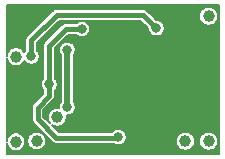
<source format=gbr>
G04 #@! TF.GenerationSoftware,KiCad,Pcbnew,(5.1.9)-1*
G04 #@! TF.CreationDate,2021-08-28T05:14:42+03:00*
G04 #@! TF.ProjectId,Strobe_Module,5374726f-6265-45f4-9d6f-64756c652e6b,0000*
G04 #@! TF.SameCoordinates,Original*
G04 #@! TF.FileFunction,Copper,L2,Bot*
G04 #@! TF.FilePolarity,Positive*
%FSLAX46Y46*%
G04 Gerber Fmt 4.6, Leading zero omitted, Abs format (unit mm)*
G04 Created by KiCad (PCBNEW (5.1.9)-1) date 2021-08-28 05:14:42*
%MOMM*%
%LPD*%
G01*
G04 APERTURE LIST*
G04 #@! TA.AperFunction,ComponentPad*
%ADD10C,1.000000*%
G04 #@! TD*
G04 #@! TA.AperFunction,ViaPad*
%ADD11C,0.800000*%
G04 #@! TD*
G04 #@! TA.AperFunction,Conductor*
%ADD12C,0.500000*%
G04 #@! TD*
G04 #@! TA.AperFunction,Conductor*
%ADD13C,0.400000*%
G04 #@! TD*
G04 #@! TA.AperFunction,Conductor*
%ADD14C,0.200000*%
G04 #@! TD*
G04 #@! TA.AperFunction,Conductor*
%ADD15C,0.100000*%
G04 #@! TD*
G04 APERTURE END LIST*
D10*
X1042771600Y-1006297200D03*
X1041019000Y-1008303800D03*
X1053617400Y-1008329200D03*
X1055573200Y-997737400D03*
X1039266400Y-1001166400D03*
X1055573200Y-1008329200D03*
X1039266400Y-1008379800D03*
D11*
X1052395660Y-1004884960D03*
X1045245560Y-1004948460D03*
X1045225240Y-1000983520D03*
X1049200340Y-1001034320D03*
X1051488880Y-1007978680D03*
X1043609800Y-1000582200D03*
X1043609800Y-1005433600D03*
X1051153600Y-998753400D03*
X1040561800Y-1001141000D03*
X1042085800Y-1003503200D03*
X1047927600Y-1007973600D03*
X1044854400Y-998829600D03*
D12*
X1043609800Y-1000582200D02*
X1043609800Y-1005433600D01*
D13*
X1050112200Y-997712000D02*
X1051153600Y-998753400D01*
X1050010600Y-997610400D02*
X1050112200Y-997712000D01*
X1042720800Y-997610400D02*
X1050010600Y-997610400D01*
X1040561800Y-999769400D02*
X1042720800Y-997610400D01*
X1040561800Y-1001141000D02*
X1040561800Y-999769400D01*
X1042085800Y-1004493800D02*
X1041095200Y-1005484400D01*
X1042085800Y-1003503200D02*
X1042085800Y-1004493800D01*
X1041095200Y-1005484400D02*
X1041095200Y-1006449600D01*
X1041095200Y-1006449600D02*
X1042670000Y-1008024400D01*
X1042670000Y-1008024400D02*
X1047876800Y-1008024400D01*
X1047876800Y-1008024400D02*
X1047927600Y-1007973600D01*
X1043482800Y-998829600D02*
X1044854400Y-998829600D01*
X1042085800Y-1000226600D02*
X1043482800Y-998829600D01*
X1042085800Y-1003503200D02*
X1042085800Y-1000226600D01*
D14*
X1056419201Y-1009403800D02*
X1038471200Y-1009403800D01*
X1038471200Y-1008482725D01*
X1038497143Y-1008613151D01*
X1038557449Y-1008758742D01*
X1038644999Y-1008889770D01*
X1038756430Y-1009001201D01*
X1038887458Y-1009088751D01*
X1039033049Y-1009149057D01*
X1039187607Y-1009179800D01*
X1039345193Y-1009179800D01*
X1039499751Y-1009149057D01*
X1039645342Y-1009088751D01*
X1039776370Y-1009001201D01*
X1039887801Y-1008889770D01*
X1039975351Y-1008758742D01*
X1040035657Y-1008613151D01*
X1040066400Y-1008458593D01*
X1040066400Y-1008301007D01*
X1040051283Y-1008225007D01*
X1040219000Y-1008225007D01*
X1040219000Y-1008382593D01*
X1040249743Y-1008537151D01*
X1040310049Y-1008682742D01*
X1040397599Y-1008813770D01*
X1040509030Y-1008925201D01*
X1040640058Y-1009012751D01*
X1040785649Y-1009073057D01*
X1040940207Y-1009103800D01*
X1041097793Y-1009103800D01*
X1041252351Y-1009073057D01*
X1041397942Y-1009012751D01*
X1041528970Y-1008925201D01*
X1041640401Y-1008813770D01*
X1041727951Y-1008682742D01*
X1041788257Y-1008537151D01*
X1041819000Y-1008382593D01*
X1041819000Y-1008225007D01*
X1041788257Y-1008070449D01*
X1041727951Y-1007924858D01*
X1041640401Y-1007793830D01*
X1041528970Y-1007682399D01*
X1041397942Y-1007594849D01*
X1041252351Y-1007534543D01*
X1041097793Y-1007503800D01*
X1040940207Y-1007503800D01*
X1040785649Y-1007534543D01*
X1040640058Y-1007594849D01*
X1040509030Y-1007682399D01*
X1040397599Y-1007793830D01*
X1040310049Y-1007924858D01*
X1040249743Y-1008070449D01*
X1040219000Y-1008225007D01*
X1040051283Y-1008225007D01*
X1040035657Y-1008146449D01*
X1039975351Y-1008000858D01*
X1039887801Y-1007869830D01*
X1039776370Y-1007758399D01*
X1039645342Y-1007670849D01*
X1039499751Y-1007610543D01*
X1039345193Y-1007579800D01*
X1039187607Y-1007579800D01*
X1039033049Y-1007610543D01*
X1038887458Y-1007670849D01*
X1038756430Y-1007758399D01*
X1038644999Y-1007869830D01*
X1038557449Y-1008000858D01*
X1038497143Y-1008146449D01*
X1038471200Y-1008276875D01*
X1038471200Y-1005484400D01*
X1040592781Y-1005484400D01*
X1040595200Y-1005508961D01*
X1040595201Y-1006425030D01*
X1040592781Y-1006449600D01*
X1040602435Y-1006547617D01*
X1040631026Y-1006641867D01*
X1040677455Y-1006728729D01*
X1040739937Y-1006804864D01*
X1040759019Y-1006820524D01*
X1042299080Y-1008360587D01*
X1042314736Y-1008379664D01*
X1042390871Y-1008442146D01*
X1042477733Y-1008488575D01*
X1042571983Y-1008517165D01*
X1042670000Y-1008526819D01*
X1042694560Y-1008524400D01*
X1047491963Y-1008524400D01*
X1047596026Y-1008593932D01*
X1047723418Y-1008646699D01*
X1047858656Y-1008673600D01*
X1047996544Y-1008673600D01*
X1048131782Y-1008646699D01*
X1048259174Y-1008593932D01*
X1048373824Y-1008517326D01*
X1048471326Y-1008419824D01*
X1048547932Y-1008305174D01*
X1048570617Y-1008250407D01*
X1052817400Y-1008250407D01*
X1052817400Y-1008407993D01*
X1052848143Y-1008562551D01*
X1052908449Y-1008708142D01*
X1052995999Y-1008839170D01*
X1053107430Y-1008950601D01*
X1053238458Y-1009038151D01*
X1053384049Y-1009098457D01*
X1053538607Y-1009129200D01*
X1053696193Y-1009129200D01*
X1053850751Y-1009098457D01*
X1053996342Y-1009038151D01*
X1054127370Y-1008950601D01*
X1054238801Y-1008839170D01*
X1054326351Y-1008708142D01*
X1054386657Y-1008562551D01*
X1054417400Y-1008407993D01*
X1054417400Y-1008250407D01*
X1054773200Y-1008250407D01*
X1054773200Y-1008407993D01*
X1054803943Y-1008562551D01*
X1054864249Y-1008708142D01*
X1054951799Y-1008839170D01*
X1055063230Y-1008950601D01*
X1055194258Y-1009038151D01*
X1055339849Y-1009098457D01*
X1055494407Y-1009129200D01*
X1055651993Y-1009129200D01*
X1055806551Y-1009098457D01*
X1055952142Y-1009038151D01*
X1056083170Y-1008950601D01*
X1056194601Y-1008839170D01*
X1056282151Y-1008708142D01*
X1056342457Y-1008562551D01*
X1056373200Y-1008407993D01*
X1056373200Y-1008250407D01*
X1056342457Y-1008095849D01*
X1056282151Y-1007950258D01*
X1056194601Y-1007819230D01*
X1056083170Y-1007707799D01*
X1055952142Y-1007620249D01*
X1055806551Y-1007559943D01*
X1055651993Y-1007529200D01*
X1055494407Y-1007529200D01*
X1055339849Y-1007559943D01*
X1055194258Y-1007620249D01*
X1055063230Y-1007707799D01*
X1054951799Y-1007819230D01*
X1054864249Y-1007950258D01*
X1054803943Y-1008095849D01*
X1054773200Y-1008250407D01*
X1054417400Y-1008250407D01*
X1054386657Y-1008095849D01*
X1054326351Y-1007950258D01*
X1054238801Y-1007819230D01*
X1054127370Y-1007707799D01*
X1053996342Y-1007620249D01*
X1053850751Y-1007559943D01*
X1053696193Y-1007529200D01*
X1053538607Y-1007529200D01*
X1053384049Y-1007559943D01*
X1053238458Y-1007620249D01*
X1053107430Y-1007707799D01*
X1052995999Y-1007819230D01*
X1052908449Y-1007950258D01*
X1052848143Y-1008095849D01*
X1052817400Y-1008250407D01*
X1048570617Y-1008250407D01*
X1048600699Y-1008177782D01*
X1048627600Y-1008042544D01*
X1048627600Y-1007904656D01*
X1048600699Y-1007769418D01*
X1048547932Y-1007642026D01*
X1048471326Y-1007527376D01*
X1048373824Y-1007429874D01*
X1048259174Y-1007353268D01*
X1048131782Y-1007300501D01*
X1047996544Y-1007273600D01*
X1047858656Y-1007273600D01*
X1047723418Y-1007300501D01*
X1047596026Y-1007353268D01*
X1047481376Y-1007429874D01*
X1047386850Y-1007524400D01*
X1042877107Y-1007524400D01*
X1042290793Y-1006938087D01*
X1042392658Y-1007006151D01*
X1042538249Y-1007066457D01*
X1042692807Y-1007097200D01*
X1042850393Y-1007097200D01*
X1043004951Y-1007066457D01*
X1043150542Y-1007006151D01*
X1043281570Y-1006918601D01*
X1043393001Y-1006807170D01*
X1043480551Y-1006676142D01*
X1043540857Y-1006530551D01*
X1043571600Y-1006375993D01*
X1043571600Y-1006218407D01*
X1043554731Y-1006133600D01*
X1043678744Y-1006133600D01*
X1043813982Y-1006106699D01*
X1043941374Y-1006053932D01*
X1044056024Y-1005977326D01*
X1044153526Y-1005879824D01*
X1044230132Y-1005765174D01*
X1044282899Y-1005637782D01*
X1044309800Y-1005502544D01*
X1044309800Y-1005364656D01*
X1044282899Y-1005229418D01*
X1044230132Y-1005102026D01*
X1044159800Y-1004996766D01*
X1044159800Y-1001019034D01*
X1044230132Y-1000913774D01*
X1044282899Y-1000786382D01*
X1044309800Y-1000651144D01*
X1044309800Y-1000513256D01*
X1044282899Y-1000378018D01*
X1044230132Y-1000250626D01*
X1044153526Y-1000135976D01*
X1044056024Y-1000038474D01*
X1043941374Y-999961868D01*
X1043813982Y-999909101D01*
X1043678744Y-999882200D01*
X1043540856Y-999882200D01*
X1043405618Y-999909101D01*
X1043278226Y-999961868D01*
X1043163576Y-1000038474D01*
X1043066074Y-1000135976D01*
X1042989468Y-1000250626D01*
X1042936701Y-1000378018D01*
X1042909800Y-1000513256D01*
X1042909800Y-1000651144D01*
X1042936701Y-1000786382D01*
X1042989468Y-1000913774D01*
X1043059800Y-1001019034D01*
X1043059801Y-1004996764D01*
X1042989468Y-1005102026D01*
X1042936701Y-1005229418D01*
X1042909800Y-1005364656D01*
X1042909800Y-1005502544D01*
X1042911141Y-1005509283D01*
X1042850393Y-1005497200D01*
X1042692807Y-1005497200D01*
X1042538249Y-1005527943D01*
X1042392658Y-1005588249D01*
X1042261630Y-1005675799D01*
X1042150199Y-1005787230D01*
X1042062649Y-1005918258D01*
X1042002343Y-1006063849D01*
X1041971600Y-1006218407D01*
X1041971600Y-1006375993D01*
X1042002343Y-1006530551D01*
X1042062649Y-1006676142D01*
X1042130713Y-1006778007D01*
X1041595200Y-1006242495D01*
X1041595200Y-1005691505D01*
X1042421981Y-1004864725D01*
X1042441064Y-1004849064D01*
X1042503546Y-1004772929D01*
X1042549975Y-1004686067D01*
X1042578565Y-1004591817D01*
X1042585800Y-1004518360D01*
X1042588219Y-1004493800D01*
X1042585800Y-1004469240D01*
X1042585800Y-1003993150D01*
X1042629526Y-1003949424D01*
X1042706132Y-1003834774D01*
X1042758899Y-1003707382D01*
X1042785800Y-1003572144D01*
X1042785800Y-1003434256D01*
X1042758899Y-1003299018D01*
X1042706132Y-1003171626D01*
X1042629526Y-1003056976D01*
X1042585800Y-1003013250D01*
X1042585800Y-1000433705D01*
X1043689907Y-999329600D01*
X1044364450Y-999329600D01*
X1044408176Y-999373326D01*
X1044522826Y-999449932D01*
X1044650218Y-999502699D01*
X1044785456Y-999529600D01*
X1044923344Y-999529600D01*
X1045058582Y-999502699D01*
X1045185974Y-999449932D01*
X1045300624Y-999373326D01*
X1045398126Y-999275824D01*
X1045474732Y-999161174D01*
X1045527499Y-999033782D01*
X1045554400Y-998898544D01*
X1045554400Y-998760656D01*
X1045527499Y-998625418D01*
X1045474732Y-998498026D01*
X1045398126Y-998383376D01*
X1045300624Y-998285874D01*
X1045185974Y-998209268D01*
X1045058582Y-998156501D01*
X1044923344Y-998129600D01*
X1044785456Y-998129600D01*
X1044650218Y-998156501D01*
X1044522826Y-998209268D01*
X1044408176Y-998285874D01*
X1044364450Y-998329600D01*
X1043507349Y-998329600D01*
X1043482799Y-998327182D01*
X1043458249Y-998329600D01*
X1043458240Y-998329600D01*
X1043384783Y-998336835D01*
X1043290533Y-998365425D01*
X1043203671Y-998411854D01*
X1043127536Y-998474336D01*
X1043111880Y-998493413D01*
X1041749619Y-999855676D01*
X1041730537Y-999871336D01*
X1041668055Y-999947471D01*
X1041660467Y-999961667D01*
X1041621626Y-1000034333D01*
X1041593035Y-1000128583D01*
X1041583381Y-1000226600D01*
X1041585801Y-1000251170D01*
X1041585800Y-1003013250D01*
X1041542074Y-1003056976D01*
X1041465468Y-1003171626D01*
X1041412701Y-1003299018D01*
X1041385800Y-1003434256D01*
X1041385800Y-1003572144D01*
X1041412701Y-1003707382D01*
X1041465468Y-1003834774D01*
X1041542074Y-1003949424D01*
X1041585800Y-1003993150D01*
X1041585801Y-1004286693D01*
X1040759024Y-1005113471D01*
X1040739936Y-1005129136D01*
X1040677454Y-1005205271D01*
X1040631025Y-1005292134D01*
X1040611108Y-1005357793D01*
X1040602435Y-1005386383D01*
X1040592781Y-1005484400D01*
X1038471200Y-1005484400D01*
X1038471200Y-1001269325D01*
X1038497143Y-1001399751D01*
X1038557449Y-1001545342D01*
X1038644999Y-1001676370D01*
X1038756430Y-1001787801D01*
X1038887458Y-1001875351D01*
X1039033049Y-1001935657D01*
X1039187607Y-1001966400D01*
X1039345193Y-1001966400D01*
X1039499751Y-1001935657D01*
X1039645342Y-1001875351D01*
X1039776370Y-1001787801D01*
X1039887801Y-1001676370D01*
X1039975351Y-1001545342D01*
X1039980991Y-1001531725D01*
X1040018074Y-1001587224D01*
X1040115576Y-1001684726D01*
X1040230226Y-1001761332D01*
X1040357618Y-1001814099D01*
X1040492856Y-1001841000D01*
X1040630744Y-1001841000D01*
X1040765982Y-1001814099D01*
X1040893374Y-1001761332D01*
X1041008024Y-1001684726D01*
X1041105526Y-1001587224D01*
X1041182132Y-1001472574D01*
X1041234899Y-1001345182D01*
X1041261800Y-1001209944D01*
X1041261800Y-1001072056D01*
X1041234899Y-1000936818D01*
X1041182132Y-1000809426D01*
X1041105526Y-1000694776D01*
X1041061800Y-1000651050D01*
X1041061800Y-999976505D01*
X1042927906Y-998110400D01*
X1049803495Y-998110400D01*
X1050453600Y-998760506D01*
X1050453600Y-998822344D01*
X1050480501Y-998957582D01*
X1050533268Y-999084974D01*
X1050609874Y-999199624D01*
X1050707376Y-999297126D01*
X1050822026Y-999373732D01*
X1050949418Y-999426499D01*
X1051084656Y-999453400D01*
X1051222544Y-999453400D01*
X1051357782Y-999426499D01*
X1051485174Y-999373732D01*
X1051599824Y-999297126D01*
X1051697326Y-999199624D01*
X1051773932Y-999084974D01*
X1051826699Y-998957582D01*
X1051853600Y-998822344D01*
X1051853600Y-998684456D01*
X1051826699Y-998549218D01*
X1051773932Y-998421826D01*
X1051697326Y-998307176D01*
X1051599824Y-998209674D01*
X1051485174Y-998133068D01*
X1051357782Y-998080301D01*
X1051222544Y-998053400D01*
X1051160706Y-998053400D01*
X1050765913Y-997658607D01*
X1054773200Y-997658607D01*
X1054773200Y-997816193D01*
X1054803943Y-997970751D01*
X1054864249Y-998116342D01*
X1054951799Y-998247370D01*
X1055063230Y-998358801D01*
X1055194258Y-998446351D01*
X1055339849Y-998506657D01*
X1055494407Y-998537400D01*
X1055651993Y-998537400D01*
X1055806551Y-998506657D01*
X1055952142Y-998446351D01*
X1056083170Y-998358801D01*
X1056194601Y-998247370D01*
X1056282151Y-998116342D01*
X1056342457Y-997970751D01*
X1056373200Y-997816193D01*
X1056373200Y-997658607D01*
X1056342457Y-997504049D01*
X1056282151Y-997358458D01*
X1056194601Y-997227430D01*
X1056083170Y-997115999D01*
X1055952142Y-997028449D01*
X1055806551Y-996968143D01*
X1055651993Y-996937400D01*
X1055494407Y-996937400D01*
X1055339849Y-996968143D01*
X1055194258Y-997028449D01*
X1055063230Y-997115999D01*
X1054951799Y-997227430D01*
X1054864249Y-997358458D01*
X1054803943Y-997504049D01*
X1054773200Y-997658607D01*
X1050765913Y-997658607D01*
X1050448386Y-997341081D01*
X1050381529Y-997274224D01*
X1050365864Y-997255136D01*
X1050289729Y-997192654D01*
X1050202867Y-997146225D01*
X1050108617Y-997117635D01*
X1050035160Y-997110400D01*
X1050010600Y-997107981D01*
X1049986040Y-997110400D01*
X1042745357Y-997110400D01*
X1042720799Y-997107981D01*
X1042696241Y-997110400D01*
X1042696240Y-997110400D01*
X1042622783Y-997117635D01*
X1042528533Y-997146225D01*
X1042441671Y-997192654D01*
X1042365536Y-997255136D01*
X1042349875Y-997274219D01*
X1040225619Y-999398476D01*
X1040206537Y-999414136D01*
X1040144055Y-999490271D01*
X1040123033Y-999529600D01*
X1040097626Y-999577133D01*
X1040069035Y-999671383D01*
X1040059381Y-999769400D01*
X1040061801Y-999793970D01*
X1040061800Y-1000651050D01*
X1040018074Y-1000694776D01*
X1039965749Y-1000773087D01*
X1039887801Y-1000656430D01*
X1039776370Y-1000544999D01*
X1039645342Y-1000457449D01*
X1039499751Y-1000397143D01*
X1039345193Y-1000366400D01*
X1039187607Y-1000366400D01*
X1039033049Y-1000397143D01*
X1038887458Y-1000457449D01*
X1038756430Y-1000544999D01*
X1038644999Y-1000656430D01*
X1038557449Y-1000787458D01*
X1038497143Y-1000933049D01*
X1038471200Y-1001063475D01*
X1038471200Y-996764400D01*
X1056419200Y-996764400D01*
X1056419201Y-1009403800D01*
G04 #@! TA.AperFunction,Conductor*
D15*
G36*
X1056419201Y-1009403800D02*
G01*
X1038471200Y-1009403800D01*
X1038471200Y-1008482725D01*
X1038497143Y-1008613151D01*
X1038557449Y-1008758742D01*
X1038644999Y-1008889770D01*
X1038756430Y-1009001201D01*
X1038887458Y-1009088751D01*
X1039033049Y-1009149057D01*
X1039187607Y-1009179800D01*
X1039345193Y-1009179800D01*
X1039499751Y-1009149057D01*
X1039645342Y-1009088751D01*
X1039776370Y-1009001201D01*
X1039887801Y-1008889770D01*
X1039975351Y-1008758742D01*
X1040035657Y-1008613151D01*
X1040066400Y-1008458593D01*
X1040066400Y-1008301007D01*
X1040051283Y-1008225007D01*
X1040219000Y-1008225007D01*
X1040219000Y-1008382593D01*
X1040249743Y-1008537151D01*
X1040310049Y-1008682742D01*
X1040397599Y-1008813770D01*
X1040509030Y-1008925201D01*
X1040640058Y-1009012751D01*
X1040785649Y-1009073057D01*
X1040940207Y-1009103800D01*
X1041097793Y-1009103800D01*
X1041252351Y-1009073057D01*
X1041397942Y-1009012751D01*
X1041528970Y-1008925201D01*
X1041640401Y-1008813770D01*
X1041727951Y-1008682742D01*
X1041788257Y-1008537151D01*
X1041819000Y-1008382593D01*
X1041819000Y-1008225007D01*
X1041788257Y-1008070449D01*
X1041727951Y-1007924858D01*
X1041640401Y-1007793830D01*
X1041528970Y-1007682399D01*
X1041397942Y-1007594849D01*
X1041252351Y-1007534543D01*
X1041097793Y-1007503800D01*
X1040940207Y-1007503800D01*
X1040785649Y-1007534543D01*
X1040640058Y-1007594849D01*
X1040509030Y-1007682399D01*
X1040397599Y-1007793830D01*
X1040310049Y-1007924858D01*
X1040249743Y-1008070449D01*
X1040219000Y-1008225007D01*
X1040051283Y-1008225007D01*
X1040035657Y-1008146449D01*
X1039975351Y-1008000858D01*
X1039887801Y-1007869830D01*
X1039776370Y-1007758399D01*
X1039645342Y-1007670849D01*
X1039499751Y-1007610543D01*
X1039345193Y-1007579800D01*
X1039187607Y-1007579800D01*
X1039033049Y-1007610543D01*
X1038887458Y-1007670849D01*
X1038756430Y-1007758399D01*
X1038644999Y-1007869830D01*
X1038557449Y-1008000858D01*
X1038497143Y-1008146449D01*
X1038471200Y-1008276875D01*
X1038471200Y-1005484400D01*
X1040592781Y-1005484400D01*
X1040595200Y-1005508961D01*
X1040595201Y-1006425030D01*
X1040592781Y-1006449600D01*
X1040602435Y-1006547617D01*
X1040631026Y-1006641867D01*
X1040677455Y-1006728729D01*
X1040739937Y-1006804864D01*
X1040759019Y-1006820524D01*
X1042299080Y-1008360587D01*
X1042314736Y-1008379664D01*
X1042390871Y-1008442146D01*
X1042477733Y-1008488575D01*
X1042571983Y-1008517165D01*
X1042670000Y-1008526819D01*
X1042694560Y-1008524400D01*
X1047491963Y-1008524400D01*
X1047596026Y-1008593932D01*
X1047723418Y-1008646699D01*
X1047858656Y-1008673600D01*
X1047996544Y-1008673600D01*
X1048131782Y-1008646699D01*
X1048259174Y-1008593932D01*
X1048373824Y-1008517326D01*
X1048471326Y-1008419824D01*
X1048547932Y-1008305174D01*
X1048570617Y-1008250407D01*
X1052817400Y-1008250407D01*
X1052817400Y-1008407993D01*
X1052848143Y-1008562551D01*
X1052908449Y-1008708142D01*
X1052995999Y-1008839170D01*
X1053107430Y-1008950601D01*
X1053238458Y-1009038151D01*
X1053384049Y-1009098457D01*
X1053538607Y-1009129200D01*
X1053696193Y-1009129200D01*
X1053850751Y-1009098457D01*
X1053996342Y-1009038151D01*
X1054127370Y-1008950601D01*
X1054238801Y-1008839170D01*
X1054326351Y-1008708142D01*
X1054386657Y-1008562551D01*
X1054417400Y-1008407993D01*
X1054417400Y-1008250407D01*
X1054773200Y-1008250407D01*
X1054773200Y-1008407993D01*
X1054803943Y-1008562551D01*
X1054864249Y-1008708142D01*
X1054951799Y-1008839170D01*
X1055063230Y-1008950601D01*
X1055194258Y-1009038151D01*
X1055339849Y-1009098457D01*
X1055494407Y-1009129200D01*
X1055651993Y-1009129200D01*
X1055806551Y-1009098457D01*
X1055952142Y-1009038151D01*
X1056083170Y-1008950601D01*
X1056194601Y-1008839170D01*
X1056282151Y-1008708142D01*
X1056342457Y-1008562551D01*
X1056373200Y-1008407993D01*
X1056373200Y-1008250407D01*
X1056342457Y-1008095849D01*
X1056282151Y-1007950258D01*
X1056194601Y-1007819230D01*
X1056083170Y-1007707799D01*
X1055952142Y-1007620249D01*
X1055806551Y-1007559943D01*
X1055651993Y-1007529200D01*
X1055494407Y-1007529200D01*
X1055339849Y-1007559943D01*
X1055194258Y-1007620249D01*
X1055063230Y-1007707799D01*
X1054951799Y-1007819230D01*
X1054864249Y-1007950258D01*
X1054803943Y-1008095849D01*
X1054773200Y-1008250407D01*
X1054417400Y-1008250407D01*
X1054386657Y-1008095849D01*
X1054326351Y-1007950258D01*
X1054238801Y-1007819230D01*
X1054127370Y-1007707799D01*
X1053996342Y-1007620249D01*
X1053850751Y-1007559943D01*
X1053696193Y-1007529200D01*
X1053538607Y-1007529200D01*
X1053384049Y-1007559943D01*
X1053238458Y-1007620249D01*
X1053107430Y-1007707799D01*
X1052995999Y-1007819230D01*
X1052908449Y-1007950258D01*
X1052848143Y-1008095849D01*
X1052817400Y-1008250407D01*
X1048570617Y-1008250407D01*
X1048600699Y-1008177782D01*
X1048627600Y-1008042544D01*
X1048627600Y-1007904656D01*
X1048600699Y-1007769418D01*
X1048547932Y-1007642026D01*
X1048471326Y-1007527376D01*
X1048373824Y-1007429874D01*
X1048259174Y-1007353268D01*
X1048131782Y-1007300501D01*
X1047996544Y-1007273600D01*
X1047858656Y-1007273600D01*
X1047723418Y-1007300501D01*
X1047596026Y-1007353268D01*
X1047481376Y-1007429874D01*
X1047386850Y-1007524400D01*
X1042877107Y-1007524400D01*
X1042290793Y-1006938087D01*
X1042392658Y-1007006151D01*
X1042538249Y-1007066457D01*
X1042692807Y-1007097200D01*
X1042850393Y-1007097200D01*
X1043004951Y-1007066457D01*
X1043150542Y-1007006151D01*
X1043281570Y-1006918601D01*
X1043393001Y-1006807170D01*
X1043480551Y-1006676142D01*
X1043540857Y-1006530551D01*
X1043571600Y-1006375993D01*
X1043571600Y-1006218407D01*
X1043554731Y-1006133600D01*
X1043678744Y-1006133600D01*
X1043813982Y-1006106699D01*
X1043941374Y-1006053932D01*
X1044056024Y-1005977326D01*
X1044153526Y-1005879824D01*
X1044230132Y-1005765174D01*
X1044282899Y-1005637782D01*
X1044309800Y-1005502544D01*
X1044309800Y-1005364656D01*
X1044282899Y-1005229418D01*
X1044230132Y-1005102026D01*
X1044159800Y-1004996766D01*
X1044159800Y-1001019034D01*
X1044230132Y-1000913774D01*
X1044282899Y-1000786382D01*
X1044309800Y-1000651144D01*
X1044309800Y-1000513256D01*
X1044282899Y-1000378018D01*
X1044230132Y-1000250626D01*
X1044153526Y-1000135976D01*
X1044056024Y-1000038474D01*
X1043941374Y-999961868D01*
X1043813982Y-999909101D01*
X1043678744Y-999882200D01*
X1043540856Y-999882200D01*
X1043405618Y-999909101D01*
X1043278226Y-999961868D01*
X1043163576Y-1000038474D01*
X1043066074Y-1000135976D01*
X1042989468Y-1000250626D01*
X1042936701Y-1000378018D01*
X1042909800Y-1000513256D01*
X1042909800Y-1000651144D01*
X1042936701Y-1000786382D01*
X1042989468Y-1000913774D01*
X1043059800Y-1001019034D01*
X1043059801Y-1004996764D01*
X1042989468Y-1005102026D01*
X1042936701Y-1005229418D01*
X1042909800Y-1005364656D01*
X1042909800Y-1005502544D01*
X1042911141Y-1005509283D01*
X1042850393Y-1005497200D01*
X1042692807Y-1005497200D01*
X1042538249Y-1005527943D01*
X1042392658Y-1005588249D01*
X1042261630Y-1005675799D01*
X1042150199Y-1005787230D01*
X1042062649Y-1005918258D01*
X1042002343Y-1006063849D01*
X1041971600Y-1006218407D01*
X1041971600Y-1006375993D01*
X1042002343Y-1006530551D01*
X1042062649Y-1006676142D01*
X1042130713Y-1006778007D01*
X1041595200Y-1006242495D01*
X1041595200Y-1005691505D01*
X1042421981Y-1004864725D01*
X1042441064Y-1004849064D01*
X1042503546Y-1004772929D01*
X1042549975Y-1004686067D01*
X1042578565Y-1004591817D01*
X1042585800Y-1004518360D01*
X1042588219Y-1004493800D01*
X1042585800Y-1004469240D01*
X1042585800Y-1003993150D01*
X1042629526Y-1003949424D01*
X1042706132Y-1003834774D01*
X1042758899Y-1003707382D01*
X1042785800Y-1003572144D01*
X1042785800Y-1003434256D01*
X1042758899Y-1003299018D01*
X1042706132Y-1003171626D01*
X1042629526Y-1003056976D01*
X1042585800Y-1003013250D01*
X1042585800Y-1000433705D01*
X1043689907Y-999329600D01*
X1044364450Y-999329600D01*
X1044408176Y-999373326D01*
X1044522826Y-999449932D01*
X1044650218Y-999502699D01*
X1044785456Y-999529600D01*
X1044923344Y-999529600D01*
X1045058582Y-999502699D01*
X1045185974Y-999449932D01*
X1045300624Y-999373326D01*
X1045398126Y-999275824D01*
X1045474732Y-999161174D01*
X1045527499Y-999033782D01*
X1045554400Y-998898544D01*
X1045554400Y-998760656D01*
X1045527499Y-998625418D01*
X1045474732Y-998498026D01*
X1045398126Y-998383376D01*
X1045300624Y-998285874D01*
X1045185974Y-998209268D01*
X1045058582Y-998156501D01*
X1044923344Y-998129600D01*
X1044785456Y-998129600D01*
X1044650218Y-998156501D01*
X1044522826Y-998209268D01*
X1044408176Y-998285874D01*
X1044364450Y-998329600D01*
X1043507349Y-998329600D01*
X1043482799Y-998327182D01*
X1043458249Y-998329600D01*
X1043458240Y-998329600D01*
X1043384783Y-998336835D01*
X1043290533Y-998365425D01*
X1043203671Y-998411854D01*
X1043127536Y-998474336D01*
X1043111880Y-998493413D01*
X1041749619Y-999855676D01*
X1041730537Y-999871336D01*
X1041668055Y-999947471D01*
X1041660467Y-999961667D01*
X1041621626Y-1000034333D01*
X1041593035Y-1000128583D01*
X1041583381Y-1000226600D01*
X1041585801Y-1000251170D01*
X1041585800Y-1003013250D01*
X1041542074Y-1003056976D01*
X1041465468Y-1003171626D01*
X1041412701Y-1003299018D01*
X1041385800Y-1003434256D01*
X1041385800Y-1003572144D01*
X1041412701Y-1003707382D01*
X1041465468Y-1003834774D01*
X1041542074Y-1003949424D01*
X1041585800Y-1003993150D01*
X1041585801Y-1004286693D01*
X1040759024Y-1005113471D01*
X1040739936Y-1005129136D01*
X1040677454Y-1005205271D01*
X1040631025Y-1005292134D01*
X1040611108Y-1005357793D01*
X1040602435Y-1005386383D01*
X1040592781Y-1005484400D01*
X1038471200Y-1005484400D01*
X1038471200Y-1001269325D01*
X1038497143Y-1001399751D01*
X1038557449Y-1001545342D01*
X1038644999Y-1001676370D01*
X1038756430Y-1001787801D01*
X1038887458Y-1001875351D01*
X1039033049Y-1001935657D01*
X1039187607Y-1001966400D01*
X1039345193Y-1001966400D01*
X1039499751Y-1001935657D01*
X1039645342Y-1001875351D01*
X1039776370Y-1001787801D01*
X1039887801Y-1001676370D01*
X1039975351Y-1001545342D01*
X1039980991Y-1001531725D01*
X1040018074Y-1001587224D01*
X1040115576Y-1001684726D01*
X1040230226Y-1001761332D01*
X1040357618Y-1001814099D01*
X1040492856Y-1001841000D01*
X1040630744Y-1001841000D01*
X1040765982Y-1001814099D01*
X1040893374Y-1001761332D01*
X1041008024Y-1001684726D01*
X1041105526Y-1001587224D01*
X1041182132Y-1001472574D01*
X1041234899Y-1001345182D01*
X1041261800Y-1001209944D01*
X1041261800Y-1001072056D01*
X1041234899Y-1000936818D01*
X1041182132Y-1000809426D01*
X1041105526Y-1000694776D01*
X1041061800Y-1000651050D01*
X1041061800Y-999976505D01*
X1042927906Y-998110400D01*
X1049803495Y-998110400D01*
X1050453600Y-998760506D01*
X1050453600Y-998822344D01*
X1050480501Y-998957582D01*
X1050533268Y-999084974D01*
X1050609874Y-999199624D01*
X1050707376Y-999297126D01*
X1050822026Y-999373732D01*
X1050949418Y-999426499D01*
X1051084656Y-999453400D01*
X1051222544Y-999453400D01*
X1051357782Y-999426499D01*
X1051485174Y-999373732D01*
X1051599824Y-999297126D01*
X1051697326Y-999199624D01*
X1051773932Y-999084974D01*
X1051826699Y-998957582D01*
X1051853600Y-998822344D01*
X1051853600Y-998684456D01*
X1051826699Y-998549218D01*
X1051773932Y-998421826D01*
X1051697326Y-998307176D01*
X1051599824Y-998209674D01*
X1051485174Y-998133068D01*
X1051357782Y-998080301D01*
X1051222544Y-998053400D01*
X1051160706Y-998053400D01*
X1050765913Y-997658607D01*
X1054773200Y-997658607D01*
X1054773200Y-997816193D01*
X1054803943Y-997970751D01*
X1054864249Y-998116342D01*
X1054951799Y-998247370D01*
X1055063230Y-998358801D01*
X1055194258Y-998446351D01*
X1055339849Y-998506657D01*
X1055494407Y-998537400D01*
X1055651993Y-998537400D01*
X1055806551Y-998506657D01*
X1055952142Y-998446351D01*
X1056083170Y-998358801D01*
X1056194601Y-998247370D01*
X1056282151Y-998116342D01*
X1056342457Y-997970751D01*
X1056373200Y-997816193D01*
X1056373200Y-997658607D01*
X1056342457Y-997504049D01*
X1056282151Y-997358458D01*
X1056194601Y-997227430D01*
X1056083170Y-997115999D01*
X1055952142Y-997028449D01*
X1055806551Y-996968143D01*
X1055651993Y-996937400D01*
X1055494407Y-996937400D01*
X1055339849Y-996968143D01*
X1055194258Y-997028449D01*
X1055063230Y-997115999D01*
X1054951799Y-997227430D01*
X1054864249Y-997358458D01*
X1054803943Y-997504049D01*
X1054773200Y-997658607D01*
X1050765913Y-997658607D01*
X1050448386Y-997341081D01*
X1050381529Y-997274224D01*
X1050365864Y-997255136D01*
X1050289729Y-997192654D01*
X1050202867Y-997146225D01*
X1050108617Y-997117635D01*
X1050035160Y-997110400D01*
X1050010600Y-997107981D01*
X1049986040Y-997110400D01*
X1042745357Y-997110400D01*
X1042720799Y-997107981D01*
X1042696241Y-997110400D01*
X1042696240Y-997110400D01*
X1042622783Y-997117635D01*
X1042528533Y-997146225D01*
X1042441671Y-997192654D01*
X1042365536Y-997255136D01*
X1042349875Y-997274219D01*
X1040225619Y-999398476D01*
X1040206537Y-999414136D01*
X1040144055Y-999490271D01*
X1040123033Y-999529600D01*
X1040097626Y-999577133D01*
X1040069035Y-999671383D01*
X1040059381Y-999769400D01*
X1040061801Y-999793970D01*
X1040061800Y-1000651050D01*
X1040018074Y-1000694776D01*
X1039965749Y-1000773087D01*
X1039887801Y-1000656430D01*
X1039776370Y-1000544999D01*
X1039645342Y-1000457449D01*
X1039499751Y-1000397143D01*
X1039345193Y-1000366400D01*
X1039187607Y-1000366400D01*
X1039033049Y-1000397143D01*
X1038887458Y-1000457449D01*
X1038756430Y-1000544999D01*
X1038644999Y-1000656430D01*
X1038557449Y-1000787458D01*
X1038497143Y-1000933049D01*
X1038471200Y-1001063475D01*
X1038471200Y-996764400D01*
X1056419200Y-996764400D01*
X1056419201Y-1009403800D01*
G37*
G04 #@! TD.AperFunction*
M02*

</source>
